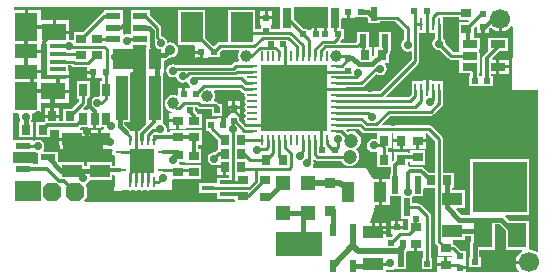
<source format=gtl>
%FSLAX25Y25*%
%MOIN*%
G70*
G01*
G75*
G04 Layer_Physical_Order=1*
G04 Layer_Color=255*
%ADD10R,0.02165X0.05906*%
%ADD11R,0.03543X0.03150*%
%ADD12R,0.01969X0.02362*%
%ADD13R,0.01969X0.01969*%
%ADD14R,0.18110X0.16929*%
%ADD15R,0.06299X0.07874*%
%ADD16R,0.07480X0.10236*%
%ADD17R,0.02953X0.07087*%
%ADD18R,0.02362X0.01969*%
%ADD19R,0.04724X0.02362*%
%ADD20R,0.07480X0.09350*%
%ADD21R,0.07480X0.04626*%
%ADD22R,0.07874X0.05807*%
%ADD23R,0.08268X0.05807*%
%ADD24R,0.05433X0.01772*%
%ADD25R,0.03543X0.03543*%
%ADD26R,0.08071X0.08071*%
%ADD27O,0.00787X0.03543*%
%ADD28O,0.03543X0.00787*%
%ADD29R,0.02165X0.03937*%
%ADD30R,0.00984X0.04331*%
%ADD31R,0.04500X0.04500*%
%ADD32R,0.03937X0.14961*%
%ADD33R,0.06693X0.04331*%
%ADD34R,0.03150X0.03543*%
%ADD35R,0.04331X0.06693*%
%ADD36R,0.04331X0.01575*%
%ADD37R,0.05118X0.02362*%
%ADD38R,0.05118X0.02756*%
%ADD39R,0.02756X0.03543*%
%ADD40R,0.02362X0.04528*%
%ADD41R,0.02559X0.04331*%
%ADD42R,0.22441X0.22441*%
%ADD43O,0.03543X0.00984*%
%ADD44O,0.00984X0.03543*%
%ADD45C,0.01181*%
%ADD46C,0.00984*%
%ADD47C,0.01969*%
%ADD48C,0.01575*%
%ADD49R,0.07480X0.06890*%
%ADD50R,0.13780X0.06496*%
G04:AMPARAMS|DCode=51|XSize=59.06mil|YSize=59.06mil|CornerRadius=0mil|HoleSize=0mil|Usage=FLASHONLY|Rotation=90.000|XOffset=0mil|YOffset=0mil|HoleType=Round|Shape=Octagon|*
%AMOCTAGOND51*
4,1,8,0.01476,0.02953,-0.01476,0.02953,-0.02953,0.01476,-0.02953,-0.01476,-0.01476,-0.02953,0.01476,-0.02953,0.02953,-0.01476,0.02953,0.01476,0.01476,0.02953,0.0*
%
%ADD51OCTAGOND51*%

%ADD52R,0.15748X0.07874*%
%ADD53C,0.03937*%
%ADD54R,0.09055X0.07087*%
%ADD55C,0.04724*%
%ADD56C,0.06693*%
%ADD57C,0.02756*%
%ADD58C,0.02441*%
%ADD59C,0.03543*%
%ADD60C,0.01969*%
G36*
X8309Y-49483D02*
X9055Y-49631D01*
Y-53150D01*
X8733Y-53516D01*
X7480D01*
Y-52953D01*
X1279D01*
X926Y-52599D01*
X936Y-49409D01*
X7480D01*
X7480Y-49409D01*
Y-49409D01*
X7980Y-49263D01*
X8309Y-49483D01*
D02*
G37*
G36*
X12244Y-15748D02*
Y-18307D01*
Y-20866D01*
Y-22425D01*
X12032D01*
Y-23811D01*
X19465D01*
Y-22425D01*
X19252D01*
Y-20866D01*
Y-20497D01*
X20271D01*
X20479Y-20706D01*
X20903Y-20989D01*
X21402Y-21088D01*
X25398D01*
Y-22335D01*
X27579D01*
Y-22835D01*
X28079D01*
Y-24819D01*
X29760D01*
Y-24819D01*
X29902Y-24606D01*
X30487D01*
Y-25787D01*
X29724D01*
Y-30607D01*
X29338Y-30925D01*
X29037Y-30865D01*
X28192Y-31033D01*
X27476Y-31511D01*
X26997Y-32228D01*
X26829Y-33073D01*
X26997Y-33917D01*
X27402Y-34524D01*
X27228Y-35024D01*
X25772D01*
Y-35236D01*
X24545D01*
X24354Y-34774D01*
X25234Y-33895D01*
X25516Y-33472D01*
X25533Y-33389D01*
X25616Y-32972D01*
Y-31693D01*
X26378D01*
Y-25787D01*
X22244D01*
Y-31693D01*
X23006D01*
Y-32432D01*
X20498Y-34941D01*
X17618D01*
Y-39048D01*
X16256D01*
Y-38000D01*
X11500D01*
Y-39332D01*
X11443Y-39370D01*
X8465D01*
Y-44488D01*
X13189D01*
Y-41858D01*
X15747D01*
X16224Y-41913D01*
X16224Y-42358D01*
Y-44579D01*
X24917D01*
Y-41913D01*
X23367D01*
X23170Y-41443D01*
X23452Y-41142D01*
X25772D01*
Y-41354D01*
X27551D01*
Y-38189D01*
X28551D01*
Y-41354D01*
X30331D01*
Y-41142D01*
X31049D01*
X31210Y-41452D01*
X30913Y-41913D01*
X30323D01*
Y-45079D01*
Y-48244D01*
X33836D01*
X34103Y-48744D01*
X34022Y-48866D01*
X33914Y-49409D01*
X34022Y-49953D01*
X34330Y-50414D01*
X34752Y-50696D01*
X34749Y-54107D01*
X33957D01*
Y-52756D01*
X25689D01*
Y-54103D01*
X24705D01*
Y-52756D01*
X16437D01*
X16437Y-52756D01*
Y-52756D01*
X16029Y-52538D01*
X15748Y-52257D01*
Y-49213D01*
X11177D01*
X10910Y-48713D01*
X11194Y-48288D01*
X11362Y-47443D01*
X11194Y-46598D01*
X10715Y-45882D01*
X9999Y-45404D01*
X9154Y-45235D01*
X8309Y-45404D01*
X7980Y-45623D01*
X7480Y-45472D01*
Y-45472D01*
X7480Y-45472D01*
X1302D01*
X949Y-45118D01*
X975Y-36482D01*
X2704D01*
X3033Y-36982D01*
X2910Y-37598D01*
X3078Y-38443D01*
X3364Y-38870D01*
X3096Y-39370D01*
X2953D01*
Y-44488D01*
X7677D01*
Y-39370D01*
X6921D01*
Y-38798D01*
X7158Y-38443D01*
X7326Y-37598D01*
X7203Y-36982D01*
X7532Y-36482D01*
X10055D01*
Y-32939D01*
X13870D01*
Y-29035D01*
X14370D01*
Y-28535D01*
X19504D01*
Y-25132D01*
X19465D01*
Y-24811D01*
X12032D01*
Y-25132D01*
X10055D01*
Y-23039D01*
X5315D01*
Y-22039D01*
X10055D01*
Y-19226D01*
X10055D01*
Y-19160D01*
X10055D01*
Y-16346D01*
X5315D01*
Y-15347D01*
X10055D01*
Y-13254D01*
Y-13254D01*
X12244D01*
Y-15748D01*
D02*
G37*
G36*
X113118Y-4543D02*
X114799D01*
Y-4543D01*
X114941Y-4331D01*
X118792D01*
X119291Y-4830D01*
Y-6496D01*
X123228D01*
Y-5832D01*
X128298D01*
X131176Y-8710D01*
Y-11949D01*
X130919Y-12120D01*
X130441Y-12836D01*
X130272Y-13681D01*
X130441Y-14526D01*
X130919Y-15242D01*
X131635Y-15721D01*
X132480Y-15889D01*
X133235Y-15739D01*
X133735Y-16003D01*
Y-18456D01*
X123082Y-29109D01*
X111742D01*
X111607Y-28945D01*
X108563D01*
Y-27945D01*
X111607D01*
X111742Y-27781D01*
X117027D01*
X117444Y-27698D01*
X117527Y-27682D01*
X117950Y-27399D01*
X122006Y-23343D01*
X122383Y-23595D01*
X123228Y-23763D01*
X124073Y-23595D01*
X124790Y-23116D01*
X125268Y-22400D01*
X125436Y-21555D01*
X125268Y-20710D01*
X124851Y-20087D01*
X125011Y-19587D01*
X126083D01*
Y-16936D01*
X126135Y-16883D01*
X126483Y-16363D01*
X126504Y-16261D01*
X126606Y-15748D01*
X126898Y-15354D01*
X126969D01*
Y-9252D01*
X123031D01*
Y-14469D01*
X121358D01*
Y-17117D01*
X121008Y-17406D01*
X120571Y-17219D01*
Y-14469D01*
X119488D01*
Y-9252D01*
X115551D01*
Y-12427D01*
X115108Y-12869D01*
X110101D01*
X109910Y-12408D01*
X110155Y-12163D01*
X110390Y-11811D01*
X111201D01*
Y-8268D01*
X110315D01*
Y-4993D01*
X110437Y-4543D01*
X112118D01*
Y-2559D01*
X113118D01*
Y-4543D01*
D02*
G37*
G36*
X117175Y-42655D02*
X117598Y-42938D01*
X118097Y-43037D01*
X122343D01*
Y-44879D01*
X122221Y-44944D01*
X121843Y-45094D01*
X121069Y-44940D01*
X120224Y-45108D01*
X119508Y-45587D01*
X119029Y-46303D01*
X118861Y-47148D01*
X119029Y-47993D01*
X119508Y-48709D01*
X120224Y-49188D01*
X121069Y-49356D01*
X121892Y-49192D01*
X121967Y-49227D01*
X122343Y-49503D01*
Y-54429D01*
X126942D01*
Y-56595D01*
X126476D01*
Y-58252D01*
X123827D01*
Y-62598D01*
Y-66945D01*
X126492D01*
Y-64075D01*
X129717D01*
X130217Y-64075D01*
X130217Y-64575D01*
Y-71555D01*
X132560D01*
X132579Y-72047D01*
X132579Y-72047D01*
X132579Y-72047D01*
Y-75124D01*
X132235Y-75467D01*
X130823D01*
Y-75008D01*
X126854D01*
Y-76689D01*
X127309D01*
X127500Y-77151D01*
X126994Y-77658D01*
X125311D01*
Y-76681D01*
X120965D01*
Y-76181D01*
X120465D01*
Y-73016D01*
X120164D01*
X119883Y-72602D01*
X121358Y-68898D01*
X121419Y-66945D01*
X122827D01*
Y-62598D01*
Y-58252D01*
X120921D01*
X118701Y-54626D01*
X101034D01*
X100767Y-54126D01*
X101014Y-53756D01*
X101182Y-52911D01*
X101028Y-52139D01*
X101271Y-51897D01*
X101405Y-51808D01*
X101828Y-52091D01*
X102327Y-52190D01*
X110222D01*
X110339Y-52474D01*
X110844Y-53132D01*
X111502Y-53637D01*
X112268Y-53954D01*
X113091Y-54063D01*
X113913Y-53954D01*
X114679Y-53637D01*
X115337Y-53132D01*
X115842Y-52474D01*
X116159Y-51708D01*
X116267Y-50886D01*
X116159Y-50064D01*
X115842Y-49297D01*
X115451Y-48788D01*
X115363Y-48562D01*
X115507Y-48140D01*
X115927Y-47817D01*
X116432Y-47159D01*
X116750Y-46393D01*
X116858Y-45571D01*
X116750Y-44749D01*
X116432Y-43982D01*
X115927Y-43325D01*
X115269Y-42820D01*
X114503Y-42502D01*
X113681Y-42394D01*
X112859Y-42502D01*
X112575Y-42620D01*
X111978Y-42022D01*
X112169Y-41561D01*
X116081D01*
X117175Y-42655D01*
D02*
G37*
G36*
X45444Y-13937D02*
X45484Y-14138D01*
X45374Y-14272D01*
X45374D01*
Y-22539D01*
X45374D01*
X45374Y-22933D01*
X45374D01*
Y-38287D01*
D01*
Y-39469D01*
X45374Y-39469D01*
X45374D01*
X45207Y-39908D01*
X42907Y-42209D01*
X39891D01*
X39869Y-42102D01*
X39521Y-41581D01*
X38023Y-40083D01*
Y-39469D01*
X39862D01*
Y-38287D01*
D01*
Y-22933D01*
X40287Y-22752D01*
X40862D01*
Y-18905D01*
X37697D01*
Y-17906D01*
X40862D01*
Y-14059D01*
X40862Y-14059D01*
X40919Y-13583D01*
X45125D01*
X45444Y-13937D01*
D02*
G37*
G36*
X141510Y-45521D02*
Y-56201D01*
X139585D01*
X138001Y-54617D01*
X137546Y-54312D01*
X137008Y-54205D01*
X133169D01*
X133079Y-54223D01*
X132579Y-53813D01*
Y-52586D01*
X133169D01*
Y-53543D01*
X138287D01*
Y-48819D01*
X133169D01*
Y-49776D01*
X132579D01*
Y-49311D01*
X127854D01*
Y-52167D01*
X127523Y-52431D01*
X127067Y-52231D01*
Y-49311D01*
X125812D01*
Y-48231D01*
X125833Y-48130D01*
X127067D01*
Y-43037D01*
X127642D01*
Y-45071D01*
X130217D01*
Y-45571D01*
X130717D01*
Y-48342D01*
X132498D01*
X132761Y-48342D01*
X132791D01*
X133250Y-48244D01*
X133291D01*
X135228D01*
Y-45669D01*
X135728D01*
Y-45169D01*
X138500D01*
Y-43537D01*
X138500Y-43095D01*
X138976Y-43037D01*
X139027D01*
X141510Y-45521D01*
D02*
G37*
G36*
X149409Y-5315D02*
X152542D01*
X152729Y-5752D01*
X152440Y-6102D01*
X149409D01*
Y-10827D01*
X149686D01*
X149705Y-11319D01*
X149705Y-11319D01*
X149705Y-11319D01*
Y-15650D01*
Y-15920D01*
X147489D01*
X145061Y-13492D01*
X145121Y-13189D01*
X144953Y-12344D01*
X144474Y-11628D01*
X144218Y-11456D01*
Y-6594D01*
X144193Y-6469D01*
Y-4257D01*
X149409D01*
Y-5315D01*
D02*
G37*
G36*
X89882Y-8243D02*
X87361D01*
X87008Y-7889D01*
Y-7327D01*
Y-7239D01*
X87221Y-6827D01*
Y-6730D01*
X87221Y-6557D01*
Y-5146D01*
X83252D01*
Y-6557D01*
X83252Y-6730D01*
Y-6827D01*
X83465Y-7239D01*
Y-7327D01*
Y-8243D01*
X81693D01*
Y-1870D01*
X72638D01*
Y-12672D01*
X69961D01*
X69461Y-12771D01*
X69038Y-13054D01*
X68144Y-13948D01*
X67644D01*
X64961Y-11265D01*
Y-1870D01*
X55905D01*
Y-13681D01*
X61127D01*
X61421Y-14059D01*
Y-15543D01*
X63602D01*
Y-16043D01*
X64102D01*
Y-18027D01*
X65784D01*
Y-18028D01*
X65925Y-17815D01*
X69862D01*
Y-15920D01*
X70501Y-15281D01*
X76082D01*
X76328Y-15781D01*
X76136Y-16031D01*
X75858Y-16702D01*
X75764Y-17421D01*
X75858Y-18141D01*
X76117Y-18766D01*
X75986Y-19133D01*
X75920Y-19266D01*
X75232D01*
X74733Y-19366D01*
X74592Y-19459D01*
X74309Y-19648D01*
X73707Y-20251D01*
X55049D01*
X54981Y-20206D01*
X54137Y-20037D01*
X53292Y-20206D01*
X52575Y-20684D01*
X52097Y-21400D01*
X51929Y-22245D01*
X52097Y-23090D01*
X52575Y-23806D01*
X53292Y-24285D01*
X54137Y-24453D01*
X54825Y-24316D01*
X55386Y-24570D01*
X55443Y-24862D01*
X55922Y-25578D01*
X56638Y-26057D01*
X57483Y-26225D01*
X58328Y-26057D01*
X58553Y-25906D01*
X59015Y-26098D01*
X59082Y-26435D01*
X59561Y-27152D01*
X60034Y-27468D01*
X59947Y-27935D01*
X59760Y-27937D01*
X59760D01*
X59760D01*
X59274Y-27937D01*
X58276D01*
Y-30118D01*
X57276D01*
Y-27937D01*
X55791D01*
Y-30250D01*
X55291Y-30584D01*
X55050Y-30484D01*
X54331Y-30390D01*
X53611Y-30484D01*
X52941Y-30762D01*
X52365Y-31204D01*
X51923Y-31780D01*
X51646Y-32450D01*
X51551Y-33169D01*
X51646Y-33889D01*
X51923Y-34559D01*
X52365Y-35135D01*
X52941Y-35577D01*
X53611Y-35854D01*
X53971Y-35902D01*
X53938Y-36402D01*
X52937D01*
Y-38476D01*
X55709D01*
Y-38976D01*
X56209D01*
Y-41551D01*
X58480D01*
Y-41551D01*
X58661Y-41339D01*
X63779D01*
Y-36614D01*
X62483D01*
X62214Y-36211D01*
X61516Y-35513D01*
Y-34413D01*
X62016Y-34333D01*
X62414Y-34732D01*
X62837Y-35014D01*
X62920Y-35031D01*
X63337Y-35114D01*
X67126D01*
Y-37205D01*
X70669D01*
Y-33268D01*
X69561D01*
X69180Y-32887D01*
X68757Y-32604D01*
X68674Y-32587D01*
X68258Y-32504D01*
X68206D01*
X67997Y-32004D01*
X68236Y-31428D01*
X68331Y-30709D01*
X68236Y-29989D01*
X67958Y-29319D01*
X67842Y-29167D01*
X68088Y-28667D01*
X76428D01*
X77129Y-29367D01*
X77552Y-29650D01*
X77635Y-29667D01*
X77701Y-29680D01*
X78053Y-29874D01*
X78059Y-30250D01*
X78026Y-30413D01*
X78125Y-30913D01*
X78408Y-31336D01*
Y-31459D01*
X78125Y-31883D01*
X78026Y-32382D01*
X78125Y-32881D01*
X78408Y-33304D01*
Y-33428D01*
X78125Y-33851D01*
X78026Y-34350D01*
X78125Y-34850D01*
X78408Y-35273D01*
Y-35396D01*
X78125Y-35820D01*
X78026Y-36319D01*
X78125Y-36818D01*
X78408Y-37241D01*
Y-37365D01*
X78125Y-37788D01*
X78026Y-38287D01*
X78125Y-38787D01*
X78285Y-39026D01*
X78255Y-39180D01*
X77937Y-39656D01*
X77880Y-39725D01*
X77404Y-39830D01*
X76165Y-38592D01*
Y-37358D01*
Y-37270D01*
X76378Y-36858D01*
Y-36762D01*
X76378Y-36588D01*
Y-35177D01*
X72409D01*
Y-36588D01*
X72409Y-36762D01*
Y-36858D01*
X72622Y-37270D01*
Y-37358D01*
Y-38173D01*
X71366D01*
Y-40354D01*
X70366D01*
Y-38173D01*
X68882D01*
Y-38173D01*
X68701Y-38386D01*
X65158D01*
Y-42323D01*
X66244D01*
X66400Y-42556D01*
X69095Y-45250D01*
Y-47293D01*
X69095D01*
Y-48561D01*
X68648Y-48859D01*
X68101Y-49406D01*
X67917Y-49369D01*
X67072Y-49538D01*
X66356Y-50016D01*
X65877Y-50732D01*
X65709Y-51577D01*
X65877Y-52422D01*
X66356Y-53139D01*
X67072Y-53617D01*
X67917Y-53785D01*
X68382Y-53693D01*
X68432Y-53732D01*
X71457D01*
Y-54232D01*
X71957D01*
Y-57004D01*
X73006D01*
Y-57874D01*
X68799D01*
Y-59342D01*
X68799Y-59842D01*
X62894D01*
Y-62992D01*
X68799D01*
X68799Y-63492D01*
Y-64961D01*
X74705D01*
X74902Y-65379D01*
Y-65945D01*
X24767D01*
X24576Y-65483D01*
X25394Y-64665D01*
Y-60925D01*
X25152Y-60684D01*
X25295Y-60120D01*
X25873Y-59733D01*
X26352Y-59017D01*
X26423Y-58661D01*
X33957D01*
Y-57070D01*
X34360Y-56998D01*
X34747Y-57343D01*
X34744Y-60039D01*
X34547Y-62205D01*
X39494Y-62175D01*
X39862Y-62248D01*
X40254Y-62170D01*
X41404Y-62163D01*
X41831Y-62248D01*
X42284Y-62157D01*
X43314Y-62151D01*
X43799Y-62248D01*
X44315Y-62145D01*
X45224Y-62140D01*
X45768Y-62248D01*
X46312Y-62140D01*
X46340Y-62120D01*
X53839Y-61992D01*
Y-58621D01*
X54192Y-58268D01*
X58366D01*
X58563Y-58465D01*
Y-58465D01*
X63681D01*
Y-53740D01*
X58563D01*
X58366Y-53543D01*
Y-53543D01*
X56384D01*
X56133Y-53082D01*
X56336Y-52756D01*
X58145D01*
X58563Y-52953D01*
X58563D01*
X58563Y-52953D01*
X59063Y-52953D01*
X63681D01*
Y-48228D01*
X62527D01*
Y-46850D01*
X63779D01*
Y-42126D01*
X58661D01*
Y-42126D01*
X58268Y-42126D01*
Y-42126D01*
X53150D01*
Y-42537D01*
X52650Y-42744D01*
X52114Y-42209D01*
X52043Y-42122D01*
X52101Y-41831D01*
X51933Y-40986D01*
X51455Y-40270D01*
X50978Y-39951D01*
X50886Y-39469D01*
X50886D01*
X50886Y-39469D01*
Y-22933D01*
X51142Y-22539D01*
X51279D01*
Y-18989D01*
X51578Y-18633D01*
X52091Y-18531D01*
X52193Y-18511D01*
X52714Y-18163D01*
X52976Y-17900D01*
X53251Y-17936D01*
X53919Y-17848D01*
X54541Y-17590D01*
X55076Y-17180D01*
X55486Y-16646D01*
X55744Y-16023D01*
X55832Y-15355D01*
X55744Y-14687D01*
X55486Y-14064D01*
X55076Y-13530D01*
X54541Y-13120D01*
X53919Y-12862D01*
X53251Y-12774D01*
X52583Y-12862D01*
X52247Y-12683D01*
X52141Y-12148D01*
X51662Y-11432D01*
X50946Y-10953D01*
X50263Y-10817D01*
X50224Y-10779D01*
Y-8086D01*
X50142Y-7670D01*
X50125Y-7587D01*
X49842Y-7164D01*
X46457Y-3778D01*
Y-2165D01*
X40157D01*
Y-6102D01*
Y-9788D01*
X40058Y-9900D01*
X39658Y-10133D01*
X38978Y-9997D01*
X38133Y-10166D01*
X38043Y-10226D01*
X37614Y-9911D01*
Y-8374D01*
X34252D01*
Y-7374D01*
X37614D01*
Y-5693D01*
X37402D01*
Y-2165D01*
X31102D01*
Y-2829D01*
X30686Y-2912D01*
X30603Y-2929D01*
X30180Y-3211D01*
X24139Y-9252D01*
X21063D01*
Y-11927D01*
X20622Y-12162D01*
X20433Y-12036D01*
X19588Y-11868D01*
X19504Y-11799D01*
Y-9850D01*
X14567D01*
Y-9350D01*
X14067D01*
Y-5447D01*
X10055D01*
Y-1904D01*
X5815D01*
Y-7579D01*
X4815D01*
Y-1904D01*
X1434D01*
X1081Y-1550D01*
X1083Y-1083D01*
X1123Y-984D01*
X89882D01*
Y-8243D01*
D02*
G37*
G36*
X163787Y-9239D02*
X164422Y-9156D01*
X165479Y-8718D01*
X166387Y-8021D01*
X166899Y-7355D01*
X167398Y-7525D01*
X167323Y-28543D01*
X175886D01*
X175973Y-82421D01*
X175473Y-82668D01*
X175027Y-82325D01*
X173969Y-81888D01*
X172933Y-81751D01*
Y-72441D01*
X166542D01*
X164877Y-70776D01*
X164919Y-70528D01*
X165059Y-70276D01*
X172933D01*
Y-51772D01*
X153248D01*
Y-70245D01*
X150370D01*
X148599Y-68474D01*
X148790Y-68012D01*
X151476D01*
Y-62106D01*
X147275D01*
Y-61319D01*
X148031D01*
Y-56201D01*
X144120D01*
Y-44980D01*
X144020Y-44481D01*
X143926Y-44341D01*
X143737Y-44058D01*
X140489Y-40810D01*
X140066Y-40527D01*
X139983Y-40510D01*
X139567Y-40428D01*
X124177D01*
X123986Y-39966D01*
X126722Y-37230D01*
X140159D01*
X140576Y-37147D01*
X140659Y-37130D01*
X141082Y-36848D01*
X143836Y-34094D01*
X144119Y-33670D01*
X144218Y-33171D01*
Y-28642D01*
X144193Y-28516D01*
Y-25689D01*
X140469D01*
Y-25476D01*
X139476D01*
Y-28642D01*
X138476D01*
Y-25476D01*
X137484D01*
Y-25689D01*
X133760D01*
Y-28516D01*
X133735Y-28642D01*
Y-30063D01*
X132720Y-31077D01*
X125456D01*
X125265Y-30615D01*
X135962Y-19918D01*
X136245Y-19495D01*
X136344Y-18996D01*
Y-9547D01*
X137484D01*
Y-9760D01*
X138476D01*
Y-6594D01*
X139476D01*
Y-9760D01*
X140469D01*
Y-9547D01*
X141609D01*
Y-11456D01*
X141352Y-11628D01*
X140874Y-12344D01*
X140706Y-13189D01*
X140874Y-14034D01*
X141352Y-14750D01*
X142069Y-15229D01*
X142913Y-15397D01*
X143216Y-15337D01*
X146026Y-18147D01*
X146450Y-18430D01*
X146532Y-18446D01*
X146949Y-18529D01*
X149705D01*
Y-19390D01*
Y-23130D01*
X153230D01*
X153339Y-23239D01*
Y-23917D01*
X152776D01*
Y-27461D01*
X156567D01*
X156713Y-27461D01*
X156890D01*
X157067D01*
X157213Y-27461D01*
X161004D01*
Y-23917D01*
X160165D01*
Y-23343D01*
X162000D01*
Y-20965D01*
Y-18587D01*
X160856D01*
X160649Y-18087D01*
X163086Y-15650D01*
X165847D01*
Y-11319D01*
X159153D01*
Y-15608D01*
X157766Y-16996D01*
X157462Y-17451D01*
X157355Y-17989D01*
Y-23476D01*
X157093Y-23877D01*
X156855Y-23917D01*
X156713D01*
X156649D01*
X156149Y-23719D01*
Y-23130D01*
X156398D01*
Y-19390D01*
Y-15650D01*
Y-11319D01*
X154547D01*
X154528Y-10827D01*
X154528Y-10827D01*
X154528Y-10827D01*
Y-7991D01*
X155132Y-7386D01*
X155595Y-7577D01*
Y-9839D01*
X157079D01*
Y-7658D01*
X158079D01*
Y-9839D01*
X159563D01*
Y-7985D01*
X160036Y-7824D01*
X160187Y-8021D01*
X161095Y-8718D01*
X162153Y-9156D01*
X162787Y-9239D01*
Y-4921D01*
X163787D01*
Y-9239D01*
D02*
G37*
G36*
X141510Y-79232D02*
X141593Y-79649D01*
X141610Y-79732D01*
X141893Y-80155D01*
X142520Y-80782D01*
Y-83858D01*
X147128D01*
X147403Y-84358D01*
X147356Y-84433D01*
X145579D01*
Y-87008D01*
X145079D01*
Y-87508D01*
X142307D01*
Y-89468D01*
X125098D01*
Y-88664D01*
X125539Y-88428D01*
X125730Y-88556D01*
X126575Y-88723D01*
X127420Y-88556D01*
X127945Y-88204D01*
X128445Y-88386D01*
Y-88386D01*
X128445Y-88386D01*
X130042D01*
X130217Y-88420D01*
X130391Y-88386D01*
X131988D01*
Y-86789D01*
X132023Y-86614D01*
Y-82854D01*
X132366Y-82496D01*
Y-82496D01*
X134638D01*
Y-79921D01*
X135638D01*
Y-82496D01*
X137573D01*
Y-84842D01*
X137106D01*
Y-88386D01*
X140650D01*
Y-84842D01*
X140182D01*
Y-70768D01*
X140083Y-70268D01*
X139800Y-69845D01*
X136848Y-66892D01*
X136424Y-66610D01*
X136342Y-66593D01*
X135925Y-66510D01*
X133957D01*
Y-64336D01*
X134131Y-64075D01*
X137697D01*
Y-61778D01*
X137795Y-61319D01*
X141510D01*
Y-79232D01*
D02*
G37*
G36*
X165059Y-75499D02*
Y-81890D01*
X170484D01*
X170559Y-82390D01*
X169735Y-83022D01*
X169038Y-83930D01*
X168600Y-84987D01*
X168517Y-85622D01*
X172835D01*
Y-86622D01*
X168517D01*
X168600Y-87257D01*
X169038Y-88314D01*
X169540Y-88968D01*
X169294Y-89468D01*
X151984D01*
Y-88492D01*
X149803D01*
Y-87492D01*
X151984D01*
Y-86008D01*
X151984D01*
X151772Y-85827D01*
Y-82284D01*
X150270D01*
X148560Y-80574D01*
X148137Y-80291D01*
X148054Y-80274D01*
X147638Y-80191D01*
X147638D01*
Y-79134D01*
X147638D01*
X147657Y-78642D01*
X151476D01*
Y-77393D01*
X153642D01*
Y-78832D01*
X153589Y-78884D01*
X153241Y-79405D01*
X153221Y-79507D01*
X153119Y-80020D01*
X153119Y-80020D01*
Y-84252D01*
X152953D01*
Y-87795D01*
X156890D01*
Y-84252D01*
X156330D01*
Y-81890D01*
X161516D01*
Y-73456D01*
X163016D01*
X165059Y-75499D01*
D02*
G37*
G36*
X105787Y-8055D02*
X105441D01*
Y-10039D01*
X104441D01*
Y-8055D01*
X102760D01*
Y-8055D01*
X102252D01*
Y-10039D01*
X101252D01*
Y-8055D01*
X99571D01*
Y-8055D01*
X99429Y-8268D01*
X97731D01*
X94410Y-4946D01*
Y-984D01*
X105787D01*
Y-8055D01*
D02*
G37*
%LPC*%
G36*
X128339Y-72327D02*
X126854D01*
Y-74008D01*
X128339D01*
Y-72327D01*
D02*
G37*
G36*
X24917Y-45579D02*
X21071D01*
Y-48244D01*
X24917D01*
Y-45579D01*
D02*
G37*
G36*
X29323D02*
X25476D01*
Y-48244D01*
X29323D01*
Y-45579D01*
D02*
G37*
G36*
X125311Y-73016D02*
X121465D01*
Y-75681D01*
X125311D01*
Y-73016D01*
D02*
G37*
G36*
X138500Y-46169D02*
X136228D01*
Y-48244D01*
X138500D01*
Y-46169D01*
D02*
G37*
G36*
X144579Y-84433D02*
X142307D01*
Y-86508D01*
X144579D01*
Y-84433D01*
D02*
G37*
G36*
X70957Y-54732D02*
X68882D01*
Y-57004D01*
X70957D01*
Y-54732D01*
D02*
G37*
G36*
X130823Y-72327D02*
X129339D01*
Y-74008D01*
X130823D01*
Y-72327D01*
D02*
G37*
G36*
X20071Y-45579D02*
X16224D01*
Y-48244D01*
X20071D01*
Y-45579D01*
D02*
G37*
G36*
X129717Y-46071D02*
X127642D01*
Y-48342D01*
X129717D01*
Y-46071D01*
D02*
G37*
G36*
X166059Y-18587D02*
X163000D01*
Y-20465D01*
X166059D01*
Y-18587D01*
D02*
G37*
G36*
Y-21465D02*
X163000D01*
Y-23343D01*
X166059D01*
Y-21465D01*
D02*
G37*
G36*
X27079Y-23335D02*
X25398D01*
Y-24819D01*
X27079D01*
Y-23335D01*
D02*
G37*
G36*
X63102Y-16543D02*
X61421D01*
Y-18027D01*
X63102D01*
Y-16543D01*
D02*
G37*
G36*
X87221Y-2465D02*
X85736D01*
Y-4146D01*
X87221D01*
Y-2465D01*
D02*
G37*
G36*
X84736D02*
X83252D01*
Y-4146D01*
X84736D01*
Y-2465D01*
D02*
G37*
G36*
X19504Y-5447D02*
X15067D01*
Y-8850D01*
X19504D01*
Y-5447D01*
D02*
G37*
G36*
X13378Y-34728D02*
X11500D01*
Y-37000D01*
X13378D01*
Y-34728D01*
D02*
G37*
G36*
X55209Y-39476D02*
X52937D01*
Y-41551D01*
X55209D01*
Y-39476D01*
D02*
G37*
G36*
X29323Y-41913D02*
X25476D01*
Y-44579D01*
X29323D01*
Y-41913D01*
D02*
G37*
G36*
X16256Y-34728D02*
X14378D01*
Y-37000D01*
X16256D01*
Y-34728D01*
D02*
G37*
G36*
X19504Y-29535D02*
X14870D01*
Y-32939D01*
X19504D01*
Y-29535D01*
D02*
G37*
G36*
X76378Y-32496D02*
X74894D01*
Y-34177D01*
X76378D01*
Y-32496D01*
D02*
G37*
G36*
X73894D02*
X72409D01*
Y-34177D01*
X73894D01*
Y-32496D01*
D02*
G37*
%LPD*%
D10*
X132087Y-67815D02*
D03*
X128347Y-60335D02*
D03*
X135827D02*
D03*
D11*
X135728Y-51181D02*
D03*
Y-45669D02*
D03*
X145079Y-87008D02*
D03*
Y-81496D02*
D03*
X135138Y-79921D02*
D03*
Y-74409D02*
D03*
X151969Y-8465D02*
D03*
Y-2953D02*
D03*
X23622Y-17126D02*
D03*
Y-11614D02*
D03*
X28839D02*
D03*
Y-17126D02*
D03*
X84842Y-64272D02*
D03*
Y-58760D02*
D03*
X77461Y-58661D02*
D03*
Y-64173D02*
D03*
X61122Y-56102D02*
D03*
Y-50591D02*
D03*
X61221Y-38976D02*
D03*
Y-44488D02*
D03*
X55807Y-55905D02*
D03*
Y-50394D02*
D03*
X55709Y-44488D02*
D03*
Y-38976D02*
D03*
D12*
X128839Y-74508D02*
D03*
X130807Y-79626D02*
D03*
X126870D02*
D03*
X74394Y-34677D02*
D03*
Y-38969D02*
D03*
X112697Y-17933D02*
D03*
Y-22224D02*
D03*
X85236Y-8937D02*
D03*
Y-4646D02*
D03*
X157579Y-3366D02*
D03*
Y-7658D02*
D03*
X61713Y-30118D02*
D03*
X57776D02*
D03*
X59744Y-35236D02*
D03*
X68898D02*
D03*
X70866Y-40354D02*
D03*
X66929D02*
D03*
D13*
X138878Y-86614D02*
D03*
X130217D02*
D03*
D14*
X163091Y-61024D02*
D03*
D15*
X168996Y-77165D02*
D03*
X157579D02*
D03*
D16*
X77165Y-7776D02*
D03*
X60433D02*
D03*
D17*
X92146Y-4528D02*
D03*
X108051D02*
D03*
D18*
X112618Y-2559D02*
D03*
X116909D02*
D03*
X101752Y-10039D02*
D03*
X97461D02*
D03*
X109232Y-10039D02*
D03*
X104941D02*
D03*
X103957Y-48819D02*
D03*
X108248D02*
D03*
X134468Y-2264D02*
D03*
X138760D02*
D03*
X67894Y-16043D02*
D03*
X63602D02*
D03*
X31870Y-22835D02*
D03*
X27579D02*
D03*
X159035Y-25689D02*
D03*
X154744D02*
D03*
X86732Y-13386D02*
D03*
X91024D02*
D03*
X149803Y-84055D02*
D03*
Y-87992D02*
D03*
X154921Y-86024D02*
D03*
D19*
X34252Y-4134D02*
D03*
Y-7874D02*
D03*
Y-11614D02*
D03*
X43307D02*
D03*
Y-7874D02*
D03*
Y-4134D02*
D03*
D20*
X5315Y-30807D02*
D03*
Y-7579D02*
D03*
D21*
Y-15846D02*
D03*
Y-22539D02*
D03*
D22*
X14567Y-9350D02*
D03*
D23*
X14370Y-29035D02*
D03*
D24*
X15748Y-14075D02*
D03*
Y-24311D02*
D03*
Y-21752D02*
D03*
Y-16634D02*
D03*
Y-19193D02*
D03*
D25*
X106693Y-59646D02*
D03*
Y-69095D02*
D03*
D26*
X43799Y-52362D02*
D03*
D27*
X39862Y-45276D02*
D03*
X41831D02*
D03*
X43799D02*
D03*
X45768D02*
D03*
X47736D02*
D03*
Y-59449D02*
D03*
X45768D02*
D03*
X43799D02*
D03*
X41831D02*
D03*
X39862D02*
D03*
D28*
X50886Y-49409D02*
D03*
Y-55315D02*
D03*
X36713D02*
D03*
Y-49409D02*
D03*
D29*
X107480Y-75394D02*
D03*
X114370D02*
D03*
Y-87205D02*
D03*
X107480D02*
D03*
D30*
X142913Y-6594D02*
D03*
X140945D02*
D03*
X138976D02*
D03*
X137008D02*
D03*
X135039D02*
D03*
Y-28642D02*
D03*
X137008D02*
D03*
X138976D02*
D03*
X140945D02*
D03*
X142913D02*
D03*
D31*
X99213Y-59571D02*
D03*
Y-69571D02*
D03*
X90945Y-69661D02*
D03*
Y-59661D02*
D03*
D32*
X37106Y-31201D02*
D03*
X48130D02*
D03*
D33*
X147343Y-65059D02*
D03*
Y-75689D02*
D03*
X29823Y-55709D02*
D03*
Y-45079D02*
D03*
X20571Y-55709D02*
D03*
Y-45079D02*
D03*
X120965Y-86811D02*
D03*
Y-76181D02*
D03*
D34*
X140157Y-58760D02*
D03*
X145669D02*
D03*
X85335Y-52067D02*
D03*
X90847D02*
D03*
X124705Y-51870D02*
D03*
X130217D02*
D03*
X124705Y-45571D02*
D03*
X130217D02*
D03*
X76968Y-49852D02*
D03*
X71457D02*
D03*
X118209Y-17028D02*
D03*
X123721D02*
D03*
X76968Y-54232D02*
D03*
X71457D02*
D03*
X5315Y-41929D02*
D03*
X10827D02*
D03*
X76968Y-45472D02*
D03*
X71457D02*
D03*
D35*
X112697Y-62598D02*
D03*
X123327D02*
D03*
X48327Y-18406D02*
D03*
X37697D02*
D03*
D36*
X71752Y-63386D02*
D03*
Y-59449D02*
D03*
X65847Y-61417D02*
D03*
D37*
X4134Y-47441D02*
D03*
Y-54921D02*
D03*
X12402Y-51181D02*
D03*
D38*
X162500Y-13484D02*
D03*
Y-20965D02*
D03*
X153051D02*
D03*
Y-17224D02*
D03*
Y-13484D02*
D03*
D39*
X19783Y-37500D02*
D03*
X13878D02*
D03*
D40*
X117520Y-12303D02*
D03*
X125000D02*
D03*
X121260Y-3445D02*
D03*
D41*
X24311Y-38189D02*
D03*
X28051D02*
D03*
X31791D02*
D03*
Y-28740D02*
D03*
X24311D02*
D03*
D42*
X94587Y-31398D02*
D03*
D43*
X108563Y-20571D02*
D03*
Y-22539D02*
D03*
Y-24508D02*
D03*
Y-26476D02*
D03*
Y-28445D02*
D03*
Y-30413D02*
D03*
Y-32382D02*
D03*
Y-34350D02*
D03*
Y-36319D02*
D03*
Y-38287D02*
D03*
Y-40256D02*
D03*
Y-42224D02*
D03*
X80610D02*
D03*
Y-40256D02*
D03*
Y-38287D02*
D03*
Y-36319D02*
D03*
Y-34350D02*
D03*
Y-32382D02*
D03*
Y-30413D02*
D03*
Y-28445D02*
D03*
Y-26476D02*
D03*
Y-24508D02*
D03*
Y-22539D02*
D03*
Y-20571D02*
D03*
D44*
X105413Y-45374D02*
D03*
X103445D02*
D03*
X101476D02*
D03*
X99508D02*
D03*
X97539D02*
D03*
X95571D02*
D03*
X93602D02*
D03*
X91634D02*
D03*
X89665D02*
D03*
X87697D02*
D03*
X85728D02*
D03*
X83760D02*
D03*
Y-17421D02*
D03*
X85728D02*
D03*
X87697D02*
D03*
X89665D02*
D03*
X91634D02*
D03*
X93602D02*
D03*
X95571D02*
D03*
X97539D02*
D03*
X99508D02*
D03*
X101476D02*
D03*
X103445D02*
D03*
X105413D02*
D03*
D45*
X132382Y-62795D02*
Y-56398D01*
X133169Y-55610D01*
X137008D01*
X140157Y-58760D01*
X128347Y-60335D02*
Y-53740D01*
X130217Y-51870D01*
X130905Y-51181D02*
X135728D01*
X130217Y-51870D02*
X130905Y-51181D01*
X140157Y-58760D02*
X140551Y-58366D01*
X27579Y-30588D02*
Y-22835D01*
X26478Y-31689D02*
X27579Y-30588D01*
X27977Y-35631D02*
X28051D01*
X26478Y-34133D02*
Y-31689D01*
Y-34133D02*
X27977Y-35631D01*
X28051Y-38189D02*
Y-35631D01*
X152559Y-20965D02*
X152805Y-21211D01*
X154744Y-25689D02*
Y-22658D01*
X153051Y-20965D02*
X154744Y-22658D01*
X158760Y-25413D02*
Y-17989D01*
Y-25413D02*
X159035Y-25689D01*
X76673Y-63386D02*
X77461Y-64173D01*
X71752Y-63386D02*
X76673D01*
X79429Y-64173D02*
X84842Y-58760D01*
X79331Y-64173D02*
X79429D01*
X13878Y-29921D02*
X14764Y-29035D01*
X15748Y-27657D02*
Y-24311D01*
X5315Y-15846D02*
Y-7579D01*
Y-22539D02*
Y-15846D01*
X12795Y-7579D02*
X14567Y-9350D01*
X5315Y-7579D02*
X12795D01*
X5315Y-22539D02*
X7087Y-24311D01*
Y-29035D02*
Y-24311D01*
Y-29035D02*
X14370D01*
X12303Y-40453D02*
X22047D01*
X10827Y-41929D02*
X12303Y-40453D01*
X29823Y-55512D02*
X36516D01*
X4134Y-54921D02*
X12202D01*
X17913Y-59055D02*
X21654Y-62795D01*
X16336Y-59055D02*
X17913D01*
X12202Y-54921D02*
X16336Y-59055D01*
X157579Y-8465D02*
X161122Y-4921D01*
X157579Y-15551D02*
Y-8465D01*
X55807Y-49409D02*
X55807Y-49409D01*
X54137Y-51080D02*
X55807Y-49409D01*
X54137Y-51873D02*
Y-51080D01*
X53647Y-52362D02*
X54137Y-51873D01*
X50886Y-49409D02*
X55807D01*
X162500Y-14249D02*
Y-13484D01*
X162992D01*
X158760Y-17989D02*
X162500Y-14249D01*
X43799Y-43303D02*
X47785Y-39317D01*
Y-37978D01*
X43799Y-45276D02*
Y-43303D01*
X152559Y-7972D02*
X157579Y-2953D01*
X152559Y-13484D02*
Y-7972D01*
X13878Y-37500D02*
Y-29921D01*
X22047Y-40453D02*
X24311Y-38189D01*
X27461Y-38780D02*
X28051Y-38189D01*
X61122Y-50591D02*
Y-44488D01*
X61024Y-44390D02*
X61122Y-44488D01*
X56004Y-44390D02*
X61024D01*
X48622D02*
X56004D01*
X47736Y-45276D02*
X48622Y-44390D01*
X61221Y-38976D02*
Y-37205D01*
X59547Y-35531D02*
X61221Y-37205D01*
X67917Y-51577D02*
X69642Y-49852D01*
X70915D01*
X71457D01*
X70915D02*
X71555Y-49213D01*
X34252Y-7874D02*
X37010D01*
X38880Y-6004D01*
X11516Y-24311D02*
X15748D01*
X11516D02*
Y-15059D01*
X11319Y-14862D02*
X11516Y-15059D01*
X11319Y-14862D02*
Y-12598D01*
X14567Y-9350D01*
D46*
X135925Y-67815D02*
X138878Y-70768D01*
X132087Y-67815D02*
X135925D01*
X123228Y-73917D02*
Y-62697D01*
X123327Y-62598D01*
X134449Y-73721D02*
X134941Y-73228D01*
X129724Y-76772D02*
X132776D01*
X135138Y-74409D01*
X122638Y-74508D02*
X123228Y-73917D01*
X122097Y-75049D02*
X122638Y-74508D01*
X128839D01*
X142815Y-79232D02*
Y-44980D01*
X139567Y-41732D02*
X142815Y-44980D01*
X118097Y-41732D02*
X139567D01*
X138878Y-86614D02*
Y-70768D01*
X134941Y-71949D02*
X135236Y-71653D01*
X134941Y-73228D02*
Y-71949D01*
X126870Y-79626D02*
X129724Y-76772D01*
X120965Y-86811D02*
X126279D01*
X126575Y-86516D01*
X124508Y-47835D02*
X124606Y-47736D01*
X124508Y-52756D02*
Y-47835D01*
X85728Y-45374D02*
X85728Y-45374D01*
Y-47835D02*
Y-45374D01*
X85335Y-48228D02*
X85728Y-47835D01*
X83108Y-48228D02*
X85335D01*
X149213Y-87008D02*
X149606Y-87402D01*
X145079Y-87008D02*
X149213D01*
X147638Y-81496D02*
X149606Y-83465D01*
X145079Y-81496D02*
X147638D01*
X142815Y-79232D02*
X145079Y-81496D01*
X57874Y-32972D02*
X62500D01*
X55216Y-34547D02*
X56299D01*
X57874Y-32972D01*
X116621Y-40256D02*
X118097Y-41732D01*
X108563Y-40256D02*
X116621D01*
X108563Y-38287D02*
X116880D01*
X118750Y-40157D01*
X119291Y-36319D02*
X120669Y-37697D01*
X108563Y-36319D02*
X119291D01*
X140159Y-35925D02*
X142913Y-33171D01*
X126181Y-35925D02*
X140159D01*
X142913Y-33171D02*
Y-28642D01*
X121949Y-40157D02*
X126181Y-35925D01*
X118750Y-40157D02*
X121949D01*
X108563Y-42224D02*
X110335D01*
X109252Y-47815D02*
Y-45177D01*
X110335Y-42224D02*
X113681Y-45571D01*
X108563Y-32382D02*
X133261D01*
X108563Y-34350D02*
X134843D01*
X73425Y-35531D02*
X74653D01*
X76461Y-37339D01*
Y-38505D02*
Y-37339D01*
Y-38505D02*
X78211Y-40256D01*
X80610D01*
X74394Y-39094D02*
X74823D01*
X77953Y-42224D02*
X80610D01*
X74823Y-39094D02*
X77953Y-42224D01*
X74394Y-39094D02*
Y-38969D01*
X74311Y-39051D02*
X74394Y-38969D01*
X74311Y-41741D02*
Y-39051D01*
X92699Y-11201D02*
X95571Y-14073D01*
X84130Y-11201D02*
X92699D01*
X93272Y-9547D02*
X97539Y-13815D01*
X80413Y-9547D02*
X93272D01*
X77953Y-7087D02*
X80413Y-9547D01*
X102327Y-50886D02*
X113091D01*
X101476Y-50035D02*
Y-45374D01*
Y-50035D02*
X102327Y-50886D01*
X49316Y-59449D02*
X50888Y-57877D01*
X47736Y-59449D02*
X49316D01*
X29037Y-33073D02*
X30236D01*
X31791Y-31517D01*
X19783Y-37500D02*
X24311Y-32972D01*
Y-28740D01*
X31791Y-31517D02*
Y-28740D01*
X105413Y-46579D02*
Y-45374D01*
Y-46579D02*
X107653Y-48819D01*
X108248D01*
X109252Y-47815D01*
X74410Y-59449D02*
X76673D01*
X71752D02*
X74410D01*
X74311Y-59350D02*
X74410Y-59449D01*
X76673D02*
X77461Y-58661D01*
X81791Y-54921D02*
X92870D01*
X77658D02*
X81791D01*
Y-59208D02*
Y-54921D01*
X79582Y-61417D02*
X81791Y-59208D01*
X65847Y-61417D02*
X79582D01*
X76968Y-54232D02*
X77658Y-54921D01*
X83108Y-14567D02*
X88349D01*
X89457Y-15619D02*
X89665Y-15827D01*
X89272Y-15619D02*
X89457D01*
X89272D02*
Y-15489D01*
X88349Y-14567D02*
X89272Y-15489D01*
X80253Y-17421D02*
X83108Y-14567D01*
X78543Y-17421D02*
X80253D01*
X95571D02*
Y-14073D01*
X97539Y-17421D02*
Y-13815D01*
X92146Y-4528D02*
X99508Y-11890D01*
Y-17421D02*
Y-11890D01*
X108051Y-8858D02*
Y-4528D01*
X104170Y-12599D02*
X107873D01*
X108051Y-8858D02*
X109232Y-10039D01*
Y-11240D02*
Y-10039D01*
X107873Y-12599D02*
X109232Y-11240D01*
X91634Y-28445D02*
Y-17421D01*
X91516Y-13976D02*
X91634Y-14095D01*
Y-17421D02*
Y-14095D01*
X89665Y-17421D02*
Y-15827D01*
X101476Y-17421D02*
Y-15157D01*
X101611D02*
X104170Y-12599D01*
X101476Y-15157D02*
X101611D01*
X138760Y-2264D02*
X138976Y-2480D01*
Y-6594D02*
Y-2480D01*
X134468Y-2264D02*
X135039Y-2835D01*
Y-6594D02*
Y-2835D01*
X108563Y-22539D02*
X113091D01*
X108563Y-20571D02*
X110551D01*
X108667Y-17225D02*
X111497D01*
X110551Y-20571D02*
X112697Y-18425D01*
X103445Y-15551D02*
X104822Y-14174D01*
X103445Y-48307D02*
X103957Y-48819D01*
X103445Y-48307D02*
Y-45374D01*
X43307Y-4134D02*
X44967D01*
X48920Y-8086D01*
Y-11319D02*
Y-8086D01*
X77067Y-49213D02*
X79921Y-52067D01*
X85335D01*
X4136Y-47443D02*
X9154D01*
X31102Y-4134D02*
X34252D01*
X39569Y-11614D02*
X43307D01*
X38978Y-12205D02*
X39569Y-11614D01*
X75232Y-20571D02*
X80610D01*
X103445Y-17421D02*
Y-15551D01*
X85335Y-52067D02*
X87697Y-49705D01*
X89665Y-50886D02*
Y-45374D01*
Y-50886D02*
X90847Y-52067D01*
X91634Y-47977D02*
Y-45374D01*
X92870Y-54921D02*
X93504Y-54287D01*
Y-49847D01*
X91634Y-47977D02*
X93504Y-49847D01*
X98974Y-52911D02*
X99508Y-52378D01*
Y-45374D01*
X96560Y-50094D02*
X97539Y-49114D01*
X96560Y-50593D02*
Y-50094D01*
X97539Y-49114D02*
Y-45374D01*
X90256Y-35728D02*
X94587Y-31398D01*
X85925Y-40059D02*
X90256Y-35728D01*
X85728Y-40256D02*
X85925Y-40059D01*
X80610Y-40256D02*
X85728D01*
X91634Y-28445D02*
X94587Y-31398D01*
X103248Y-22736D02*
X103445Y-22539D01*
X98917Y-27067D02*
X103248Y-22736D01*
X103445Y-22539D02*
X108563D01*
X103445Y-45374D02*
Y-40256D01*
X97539Y-28445D02*
X108563D01*
X94587Y-31398D02*
X97539Y-28445D01*
X98917Y-27067D01*
X140945Y-32087D02*
Y-28642D01*
X135039Y-6594D02*
X137008D01*
X138976Y-16634D02*
Y-6594D01*
X138091Y-17520D02*
X138976Y-16634D01*
Y-28642D02*
Y-18406D01*
X138091Y-17520D02*
X138976Y-18406D01*
X47785Y-37978D02*
Y-37549D01*
X108563Y-30413D02*
X123622D01*
X135039Y-18996D01*
Y-6594D01*
X45768Y-45276D02*
Y-43701D01*
X47441Y-42028D01*
X49696D01*
X49893Y-41831D01*
X39862Y-45276D02*
Y-44193D01*
X38386Y-42717D02*
X39862Y-44193D01*
X41831Y-45276D02*
Y-41437D01*
X40846Y-49409D02*
X41634Y-50197D01*
X36713Y-49409D02*
X40846D01*
X39862Y-59449D02*
Y-56299D01*
X41634Y-54528D01*
X41831Y-59449D02*
Y-54331D01*
X43799Y-59449D02*
Y-56496D01*
X43799Y-56496D02*
X43799Y-56496D01*
X43799Y-52362D02*
X43799Y-52362D01*
X43799Y-56496D02*
Y-52756D01*
Y-52362D01*
X41831Y-54331D02*
X43799Y-52362D01*
Y-52756D02*
X45079Y-54035D01*
X45768Y-59449D02*
Y-54724D01*
X45965Y-54528D01*
X140945Y-6594D02*
Y-4232D01*
X142224Y-2953D01*
X151969D01*
X142913Y-13189D02*
Y-6594D01*
Y-13189D02*
X146949Y-17224D01*
X152559D01*
X121260Y-4528D02*
X128839D01*
X132480Y-8169D01*
Y-13681D02*
Y-8169D01*
X87697Y-49705D02*
Y-45374D01*
X134843Y-34350D02*
X137008Y-32185D01*
Y-28642D01*
X133261Y-32382D02*
X135039Y-30603D01*
Y-28642D01*
X16142Y-19193D02*
X20811D01*
X21402Y-19783D01*
X28500Y-17126D02*
X28839D01*
X31791Y-28740D02*
Y-23622D01*
X31693Y-23524D02*
X31791Y-23622D01*
X74248Y-21555D02*
X75232Y-20571D01*
X74900Y-23130D02*
X75490Y-22539D01*
X80610D01*
X78642Y-26476D02*
X80610D01*
X76870Y-24705D02*
X78642Y-26476D01*
X78051Y-28445D02*
X80610D01*
X76968Y-27362D02*
X78051Y-28445D01*
X74311Y-41741D02*
X74831Y-41221D01*
X74311Y-59350D02*
Y-41741D01*
X77362Y-45374D02*
X83760D01*
X71260Y-40354D02*
Y-37697D01*
X73425Y-35531D01*
X63337Y-33809D02*
X68258D01*
X69291Y-34843D01*
X62500Y-32972D02*
X63337Y-33809D01*
X60335Y-55315D02*
X61122Y-56102D01*
X50886Y-55315D02*
X60335D01*
X67323Y-41634D02*
Y-40354D01*
Y-41634D02*
X71457Y-45768D01*
X61516Y-30413D02*
X64567Y-27362D01*
X76968D01*
X58566Y-24017D02*
X59453Y-23130D01*
X74900D01*
X54137Y-22245D02*
X54826Y-21555D01*
X74248D01*
X57483Y-24017D02*
X58566D01*
X61122Y-25591D02*
X62008Y-24705D01*
X76870D01*
X60433Y-8583D02*
Y-7776D01*
Y-8583D02*
X67894Y-16043D01*
X124018Y-47148D02*
X124606Y-47736D01*
X121069Y-47148D02*
X124018D01*
X48920Y-11319D02*
X50101Y-12500D01*
X49705Y-12896D02*
X49801Y-12993D01*
X50101D01*
X31693Y-23524D02*
X31988Y-23228D01*
X21402Y-19783D02*
X25842D01*
X28500Y-17126D01*
X23622Y-11614D02*
X31102Y-4134D01*
X28839Y-11614D02*
X34252D01*
X31299Y-14272D02*
X32087Y-15059D01*
Y-22618D02*
Y-15059D01*
X19784Y-14272D02*
X31299D01*
X31988Y-23228D02*
Y-22835D01*
X31870D02*
X32087Y-22618D01*
X41831Y-50000D02*
Y-45276D01*
X41634Y-50197D02*
X41831Y-50000D01*
X16142Y-16634D02*
X23130D01*
X19588Y-14075D02*
X19784Y-14272D01*
X49705Y-12896D02*
X50101Y-12500D01*
X104822Y-14174D02*
X115649D01*
X117520Y-12303D01*
Y-16339D02*
X118209Y-17028D01*
X117520Y-16339D02*
Y-12303D01*
X111497Y-17225D02*
X112697Y-18425D01*
X115945Y-23622D02*
X115951Y-23628D01*
X115945Y-23622D02*
X115951Y-23616D01*
X67894Y-16043D02*
X69961Y-13976D01*
X81354D01*
X84130Y-11201D01*
X108563Y-24508D02*
X115361D01*
X115951Y-23919D01*
Y-22934D01*
Y-23616D02*
Y-22934D01*
X117027Y-26476D02*
X121949Y-21555D01*
X123228D01*
X108563Y-26476D02*
X117027D01*
D47*
X129429Y-82382D02*
X130217Y-81595D01*
X130807Y-81004D01*
X130217Y-86614D02*
Y-81595D01*
X130807Y-81004D02*
Y-79626D01*
X114370Y-80807D02*
Y-80315D01*
Y-80807D02*
X115945Y-82382D01*
X128051D01*
X128051Y-82382D01*
X129429D01*
X109941Y-59646D02*
X113091Y-62795D01*
X106693Y-59646D02*
X109941D01*
X107480Y-87205D02*
X114370Y-80315D01*
Y-75394D01*
X99213Y-59571D02*
X105193D01*
D48*
X48327Y-18209D02*
X49508Y-17028D01*
X51578D01*
X53251Y-15355D01*
X155905Y-75787D02*
X157431Y-77313D01*
X157579Y-77165D01*
X154724Y-80020D02*
X157431Y-77313D01*
X154724Y-85630D02*
Y-80020D01*
X145669Y-67815D02*
Y-58760D01*
X149705Y-71850D02*
X163681D01*
X145669Y-67815D02*
X149705Y-71850D01*
X163681D02*
X168996Y-77165D01*
X149114Y-75787D02*
X155905D01*
X96260Y-79921D02*
X97638Y-78543D01*
Y-69669D01*
X97630Y-69661D02*
X97638Y-69669D01*
X90945Y-69661D02*
X97630D01*
X86335Y-64272D02*
X90945Y-59661D01*
X84842Y-64272D02*
X86335D01*
X119291Y-2559D02*
X121260Y-4528D01*
X116909Y-2559D02*
X119291D01*
X36417Y-40748D02*
Y-30906D01*
X46063Y-7874D02*
X47050Y-8861D01*
X43307Y-7874D02*
X46063D01*
X18209Y-55709D02*
X20571D01*
X29626D02*
X29823Y-55512D01*
X20571Y-55709D02*
X29626D01*
X12402Y-51181D02*
X16929Y-55709D01*
X5118Y-37598D02*
X5315Y-37795D01*
Y-41240D02*
Y-37795D01*
X3150Y-59744D02*
X8957D01*
X36417Y-40748D02*
X38386Y-42717D01*
X48720Y-31201D02*
Y-18602D01*
X107480Y-75394D02*
Y-68701D01*
X114370Y-87205D02*
X120571D01*
X120965Y-86811D01*
X48327Y-17028D02*
X49508D01*
X48327D02*
Y-15214D01*
X47050Y-13937D02*
X48327Y-15214D01*
X47050Y-13937D02*
Y-8861D01*
X123721Y-17028D02*
X125000Y-15748D01*
Y-12303D01*
X112697Y-17933D02*
X113819D01*
X112697Y-18425D02*
X112943Y-18179D01*
X113819Y-17933D02*
X116063Y-20177D01*
X120571D01*
X123721Y-17028D01*
D49*
X37894Y-18504D02*
D03*
D50*
X24114Y-47047D02*
D03*
D51*
X21654Y-62795D02*
D03*
X13878Y-62697D02*
D03*
D52*
X96260Y-79921D02*
D03*
D53*
X65551Y-30709D02*
D03*
X54331Y-33169D02*
D03*
X108667Y-17225D02*
D03*
X78543Y-17421D02*
D03*
D54*
X5709Y-62303D02*
D03*
D55*
X113091Y-50886D02*
D03*
X113681Y-45571D02*
D03*
D56*
X172835Y-86122D02*
D03*
X163287Y-4921D02*
D03*
D57*
X132382Y-62795D02*
D03*
X126575Y-86516D02*
D03*
X82266Y-48640D02*
D03*
X140256Y-46555D02*
D03*
X120669Y-37697D02*
D03*
X109252Y-45177D02*
D03*
X150787Y-53839D02*
D03*
X50888Y-57877D02*
D03*
X42520Y-19783D02*
D03*
X42618Y-16043D02*
D03*
X29037Y-33073D02*
D03*
X33565Y-40848D02*
D03*
X14567Y-9350D02*
D03*
X52165Y-6791D02*
D03*
X67917Y-51577D02*
D03*
X73228Y-19094D02*
D03*
X127657Y-39272D02*
D03*
X120177Y-52264D02*
D03*
X5315Y-15748D02*
D03*
Y-22539D02*
D03*
X14665Y-30315D02*
D03*
X33366Y-45866D02*
D03*
X15256Y-47736D02*
D03*
X25492Y-42815D02*
D03*
X24312Y-58172D02*
D03*
X130118Y-29429D02*
D03*
X4429Y-50886D02*
D03*
X20079Y-50197D02*
D03*
X30512Y-50098D02*
D03*
X24705Y-50197D02*
D03*
X9154Y-47443D02*
D03*
X5118Y-37598D02*
D03*
X38978Y-12205D02*
D03*
X42421Y-28937D02*
D03*
X98974Y-52911D02*
D03*
X96560Y-50593D02*
D03*
X131004Y-17717D02*
D03*
X54137Y-51873D02*
D03*
X151279Y-27461D02*
D03*
X145669Y-27559D02*
D03*
X53248Y-28346D02*
D03*
X112598Y-11417D02*
D03*
X52067Y-2559D02*
D03*
X99606Y-7185D02*
D03*
X69390Y-3740D02*
D03*
X42323Y-32382D02*
D03*
X15157Y-2953D02*
D03*
X134843Y-84449D02*
D03*
X164764Y-87008D02*
D03*
X144980Y-20866D02*
D03*
X146752Y-8268D02*
D03*
X42224Y-41043D02*
D03*
X117323Y-7677D02*
D03*
X139829Y-32776D02*
D03*
X138091Y-17520D02*
D03*
X157579Y-15551D02*
D03*
X26083Y-2657D02*
D03*
X49893Y-41831D02*
D03*
X43898Y-39272D02*
D03*
X9350Y-36909D02*
D03*
X41339Y-38583D02*
D03*
X132480Y-13681D02*
D03*
X142913Y-13189D02*
D03*
X85925Y-40059D02*
D03*
Y-35728D02*
D03*
Y-31398D02*
D03*
Y-27067D02*
D03*
Y-22736D02*
D03*
X90256Y-40059D02*
D03*
Y-35728D02*
D03*
Y-31398D02*
D03*
Y-27067D02*
D03*
Y-22736D02*
D03*
X94587Y-40059D02*
D03*
Y-35728D02*
D03*
Y-31398D02*
D03*
Y-27067D02*
D03*
Y-22736D02*
D03*
X98917Y-40059D02*
D03*
Y-35728D02*
D03*
Y-31398D02*
D03*
Y-27067D02*
D03*
Y-22736D02*
D03*
X103248Y-40059D02*
D03*
Y-35728D02*
D03*
Y-31398D02*
D03*
Y-27067D02*
D03*
Y-22736D02*
D03*
X74311Y-41741D02*
D03*
X57579Y-60728D02*
D03*
X146752Y-42815D02*
D03*
X72244Y-35925D02*
D03*
X54137Y-22245D02*
D03*
X57483Y-24017D02*
D03*
X61122Y-25591D02*
D03*
X62402Y-18898D02*
D03*
X67421Y-56988D02*
D03*
X65354Y-49409D02*
D03*
X165059Y-27264D02*
D03*
X173425Y-30610D02*
D03*
X173721Y-37500D02*
D03*
X174311Y-57087D02*
D03*
X174213Y-71063D02*
D03*
X121069Y-47148D02*
D03*
X38880Y-6004D02*
D03*
X50101Y-12993D02*
D03*
X34843Y-17815D02*
D03*
X19588Y-14075D02*
D03*
X115951Y-22934D02*
D03*
X123228Y-21555D02*
D03*
X124508Y-25098D02*
D03*
X119980Y-27854D02*
D03*
D58*
X135236Y-71653D02*
D03*
D59*
X53251Y-15355D02*
D03*
D60*
X45965Y-54528D02*
D03*
X41634D02*
D03*
X45965Y-50197D02*
D03*
X41634D02*
D03*
M02*

</source>
